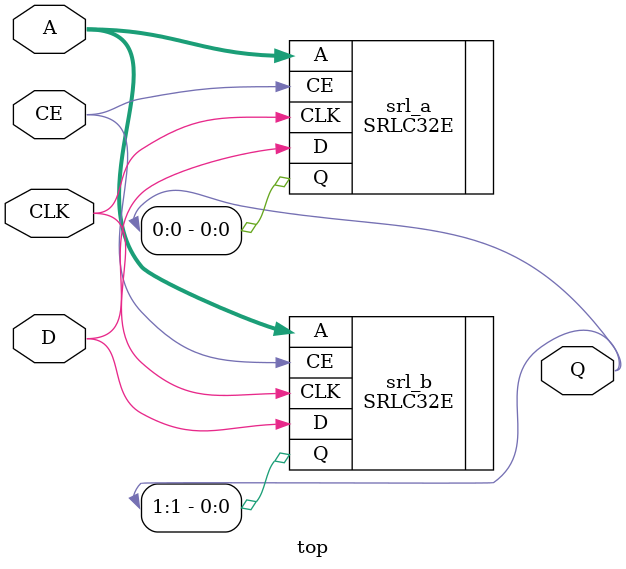
<source format=v>
module top
(
(* clock_buffer_type = "NONE" *)
input  wire CLK,
input  wire CE,
input  wire D,
input  wire [4:0] A,
output wire [1:0] Q
);

  (* LOC="SLICE_X2Y0", BEL="A6LUT"  *)
  SRLC32E srl_a
  (
  .CLK    (CLK),
  .CE     (CE),
  .D      (D),
  .A      (A),
  .Q      (Q[0])
  );

  (* LOC="SLICE_X2Y0", BEL="B6LUT"  *)
  SRLC32E srl_b
  (
  .CLK    (CLK),
  .CE     (CE),
  .D      (D),
  .A      (A),
  .Q      (Q[1])
  );

endmodule

</source>
